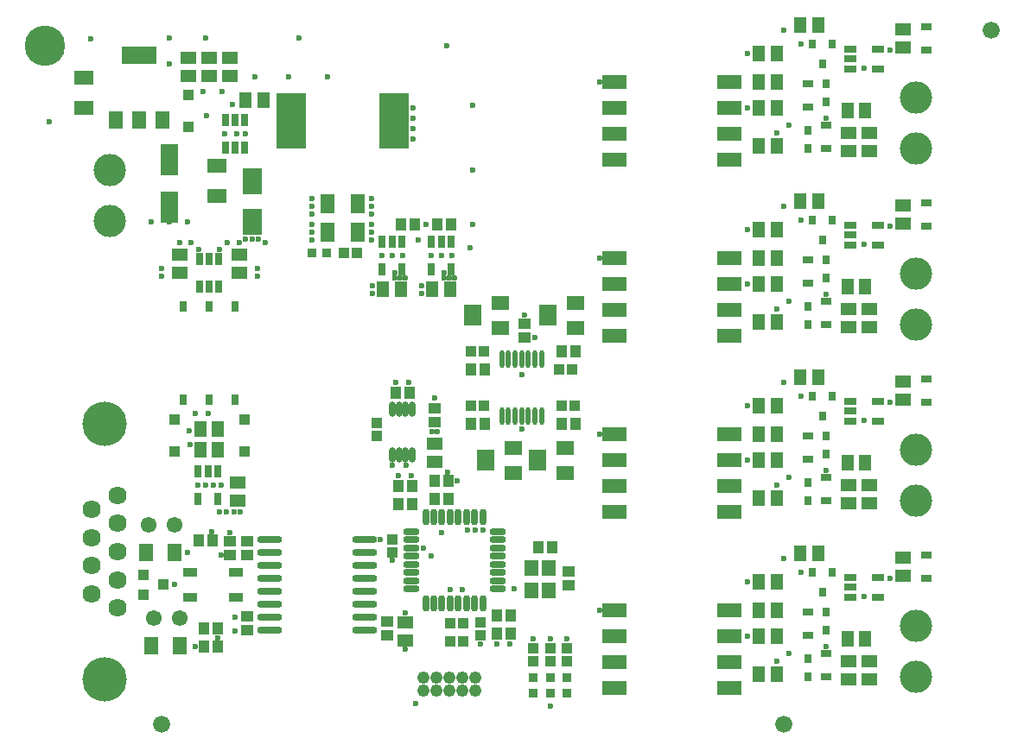
<source format=gts>
G04*
G04 #@! TF.GenerationSoftware,Altium Limited,Altium Designer,20.1.11 (218)*
G04*
G04 Layer_Color=8388736*
%FSLAX25Y25*%
%MOIN*%
G70*
G04*
G04 #@! TF.SameCoordinates,4C222CE1-A502-4843-A5E5-5923ECBC91FD*
G04*
G04*
G04 #@! TF.FilePolarity,Negative*
G04*
G01*
G75*
%ADD32R,0.02600X0.04400*%
%ADD54R,0.05315X0.03543*%
%ADD59R,0.03858X0.03051*%
%ADD60R,0.03740X0.03740*%
%ADD61R,0.03740X0.03740*%
%ADD62R,0.04134X0.04528*%
%ADD63R,0.05118X0.05906*%
%ADD64R,0.02756X0.04528*%
%ADD65R,0.03937X0.04331*%
%ADD66R,0.07677X0.05709*%
%ADD67R,0.05709X0.07677*%
%ADD68R,0.04528X0.04134*%
%ADD69O,0.02559X0.05906*%
%ADD70R,0.06890X0.05709*%
%ADD71R,0.06890X0.08465*%
%ADD72O,0.01968X0.06890*%
%ADD73R,0.05315X0.07087*%
%ADD74R,0.05906X0.05118*%
G04:AMPARAMS|DCode=75|XSize=29.53mil|YSize=47.24mil|CornerRadius=4.13mil|HoleSize=0mil|Usage=FLASHONLY|Rotation=180.000|XOffset=0mil|YOffset=0mil|HoleType=Round|Shape=RoundedRectangle|*
%AMROUNDEDRECTD75*
21,1,0.02953,0.03898,0,0,180.0*
21,1,0.02126,0.04724,0,0,180.0*
1,1,0.00827,-0.01063,0.01949*
1,1,0.00827,0.01063,0.01949*
1,1,0.00827,0.01063,-0.01949*
1,1,0.00827,-0.01063,-0.01949*
%
%ADD75ROUNDEDRECTD75*%
%ADD76R,0.07284X0.10433*%
G04:AMPARAMS|DCode=77|XSize=29.53mil|YSize=49.21mil|CornerRadius=4.13mil|HoleSize=0mil|Usage=FLASHONLY|Rotation=0.000|XOffset=0mil|YOffset=0mil|HoleType=Round|Shape=RoundedRectangle|*
%AMROUNDEDRECTD77*
21,1,0.02953,0.04095,0,0,0.0*
21,1,0.02126,0.04921,0,0,0.0*
1,1,0.00827,0.01063,-0.02047*
1,1,0.00827,-0.01063,-0.02047*
1,1,0.00827,-0.01063,0.02047*
1,1,0.00827,0.01063,0.02047*
%
%ADD77ROUNDEDRECTD77*%
%ADD78R,0.11614X0.21457*%
%ADD79R,0.04331X0.04134*%
%ADD80R,0.06890X0.12008*%
%ADD81O,0.09646X0.02953*%
%ADD82O,0.02756X0.06299*%
%ADD83O,0.06299X0.02756*%
%ADD84R,0.04331X0.03937*%
%ADD85R,0.05315X0.06102*%
%ADD86R,0.04528X0.02756*%
%ADD87R,0.09606X0.05709*%
%ADD88R,0.02953X0.03347*%
%ADD89R,0.05315X0.06890*%
%ADD90R,0.13583X0.06890*%
%ADD91R,0.03937X0.03937*%
%ADD92R,0.02559X0.03740*%
%ADD93C,0.06591*%
%ADD94C,0.04791*%
%ADD95C,0.12491*%
%ADD96C,0.06091*%
%ADD97C,0.07028*%
%ADD98C,0.17126*%
%ADD99C,0.02362*%
%ADD100C,0.15591*%
D32*
X188500Y275500D02*
D03*
X208500D02*
D03*
X198500D02*
D03*
X188500Y311500D02*
D03*
X208500D02*
D03*
X198500D02*
D03*
D54*
X191043Y199079D02*
D03*
Y208921D02*
D03*
X208957D02*
D03*
Y199079D02*
D03*
D59*
X475000Y410620D02*
D03*
Y419380D02*
D03*
Y215380D02*
D03*
Y206620D02*
D03*
Y283380D02*
D03*
Y274620D02*
D03*
Y351380D02*
D03*
Y342620D02*
D03*
X429500Y184620D02*
D03*
Y193380D02*
D03*
Y252620D02*
D03*
Y261380D02*
D03*
Y320620D02*
D03*
Y329380D02*
D03*
Y388620D02*
D03*
Y397380D02*
D03*
X436500Y168620D02*
D03*
Y177380D02*
D03*
Y236620D02*
D03*
Y245380D02*
D03*
Y304620D02*
D03*
Y313380D02*
D03*
Y372620D02*
D03*
Y381380D02*
D03*
D60*
X243953Y332000D02*
D03*
X238047D02*
D03*
D61*
X323500Y168012D02*
D03*
Y162106D02*
D03*
X330000D02*
D03*
Y168012D02*
D03*
X336500Y162106D02*
D03*
Y168012D02*
D03*
D62*
X277658Y343000D02*
D03*
X272342D02*
D03*
X290657Y237000D02*
D03*
X285343D02*
D03*
X290657Y244000D02*
D03*
X285343D02*
D03*
X291657Y343000D02*
D03*
X286343D02*
D03*
X270342Y278000D02*
D03*
X275658D02*
D03*
X334343Y266000D02*
D03*
X339657D02*
D03*
X304658D02*
D03*
X299342D02*
D03*
X304658Y287000D02*
D03*
X299342D02*
D03*
X334343Y294000D02*
D03*
X339657D02*
D03*
X201658Y180000D02*
D03*
X196343D02*
D03*
X325342Y218500D02*
D03*
X330658D02*
D03*
X199657Y221000D02*
D03*
X194343D02*
D03*
X196343Y187000D02*
D03*
X201658D02*
D03*
X314657Y192000D02*
D03*
X309343D02*
D03*
X271342Y242000D02*
D03*
X276658D02*
D03*
X314657Y185000D02*
D03*
X309343D02*
D03*
X276658Y235000D02*
D03*
X271342D02*
D03*
D63*
X265555Y318000D02*
D03*
X272445D02*
D03*
X284555D02*
D03*
X291445D02*
D03*
X451594Y183000D02*
D03*
X444705D02*
D03*
X451594Y251000D02*
D03*
X444705D02*
D03*
X451594Y319000D02*
D03*
X444705D02*
D03*
X451594Y387000D02*
D03*
X444705D02*
D03*
X417445Y169500D02*
D03*
X410555D02*
D03*
X417445Y237500D02*
D03*
X410555D02*
D03*
X417445Y305500D02*
D03*
X410555D02*
D03*
X417445Y373500D02*
D03*
X410555D02*
D03*
Y194000D02*
D03*
X417445D02*
D03*
X410555Y262000D02*
D03*
X417445D02*
D03*
X410555Y330000D02*
D03*
X417445D02*
D03*
X410555Y398000D02*
D03*
X417445D02*
D03*
X410555Y205000D02*
D03*
X417445D02*
D03*
X410555Y273000D02*
D03*
X417445D02*
D03*
X410555Y341000D02*
D03*
X417445D02*
D03*
X410555Y409000D02*
D03*
X417445D02*
D03*
X410555Y184000D02*
D03*
X417445D02*
D03*
X410555Y252000D02*
D03*
X417445D02*
D03*
X410555Y320000D02*
D03*
X417445D02*
D03*
X410555Y388000D02*
D03*
X417445D02*
D03*
X201945Y256000D02*
D03*
X195055D02*
D03*
X201945Y264000D02*
D03*
X195055D02*
D03*
X219445Y391000D02*
D03*
X212555D02*
D03*
X433445Y216000D02*
D03*
X426555D02*
D03*
X433445Y284000D02*
D03*
X426555D02*
D03*
X433445Y352000D02*
D03*
X426555D02*
D03*
X433445Y420000D02*
D03*
X426555D02*
D03*
D64*
X291740Y336315D02*
D03*
X288000D02*
D03*
X284260D02*
D03*
Y325685D02*
D03*
X291740D02*
D03*
X272740Y336315D02*
D03*
X269000D02*
D03*
X265260D02*
D03*
Y325685D02*
D03*
X272740D02*
D03*
X201740Y237185D02*
D03*
X194260D02*
D03*
Y247815D02*
D03*
X198000D02*
D03*
X201740D02*
D03*
D65*
X255559Y332000D02*
D03*
X250441D02*
D03*
X334441Y273000D02*
D03*
X339559D02*
D03*
X304559D02*
D03*
X299441D02*
D03*
X304559Y294000D02*
D03*
X299441D02*
D03*
X333441Y287000D02*
D03*
X338559D02*
D03*
X291441Y182000D02*
D03*
X296559D02*
D03*
X296559Y189000D02*
D03*
X291441D02*
D03*
D66*
X150000Y388291D02*
D03*
Y399709D02*
D03*
X201500Y354291D02*
D03*
Y365709D02*
D03*
D67*
X244291Y351000D02*
D03*
X255709D02*
D03*
X244291Y340000D02*
D03*
X255709D02*
D03*
D68*
X213000Y191657D02*
D03*
Y186343D02*
D03*
X285500Y266843D02*
D03*
Y272158D02*
D03*
X320000Y304658D02*
D03*
Y299342D02*
D03*
X213000Y215342D02*
D03*
Y220657D02*
D03*
X337000Y203842D02*
D03*
Y209157D02*
D03*
X206500Y220657D02*
D03*
Y215342D02*
D03*
X267000Y184343D02*
D03*
Y189657D02*
D03*
D69*
X276839Y271760D02*
D03*
X274279D02*
D03*
X271721D02*
D03*
X269161D02*
D03*
X276839Y254240D02*
D03*
X274279D02*
D03*
X271721D02*
D03*
X269161D02*
D03*
D70*
X335709Y247079D02*
D03*
Y256921D02*
D03*
X315709Y247079D02*
D03*
Y256921D02*
D03*
X310709Y303079D02*
D03*
Y312921D02*
D03*
X339709Y303079D02*
D03*
Y312921D02*
D03*
D71*
X325276Y252000D02*
D03*
X305276D02*
D03*
X300276Y308000D02*
D03*
X329276D02*
D03*
D72*
X326677Y291022D02*
D03*
X324118D02*
D03*
X321559D02*
D03*
X319000D02*
D03*
X316441D02*
D03*
X313882D02*
D03*
X311323D02*
D03*
X326677Y268975D02*
D03*
X324118D02*
D03*
X321559D02*
D03*
X319000D02*
D03*
X316441D02*
D03*
X313882D02*
D03*
X311323D02*
D03*
D73*
X173988Y216500D02*
D03*
X185012D02*
D03*
X175988Y180500D02*
D03*
X187012D02*
D03*
D74*
X187000Y331445D02*
D03*
Y324555D02*
D03*
X198500Y400555D02*
D03*
Y407445D02*
D03*
X285500Y258445D02*
D03*
Y251555D02*
D03*
X453000Y167555D02*
D03*
Y174445D02*
D03*
Y235555D02*
D03*
Y242445D02*
D03*
Y303555D02*
D03*
Y310445D02*
D03*
Y371555D02*
D03*
Y378445D02*
D03*
X190500Y400555D02*
D03*
Y407445D02*
D03*
X206500Y400555D02*
D03*
Y407445D02*
D03*
X274000Y182555D02*
D03*
Y189445D02*
D03*
X209500Y236555D02*
D03*
Y243445D02*
D03*
X210000Y324555D02*
D03*
Y331445D02*
D03*
X466000Y214445D02*
D03*
Y207555D02*
D03*
Y282445D02*
D03*
Y275555D02*
D03*
Y350445D02*
D03*
Y343555D02*
D03*
Y418445D02*
D03*
Y411555D02*
D03*
X445000Y174445D02*
D03*
Y167555D02*
D03*
Y242445D02*
D03*
Y235555D02*
D03*
Y310445D02*
D03*
Y303555D02*
D03*
Y378445D02*
D03*
Y371555D02*
D03*
D75*
X194760Y319185D02*
D03*
X198500D02*
D03*
X202240D02*
D03*
Y329815D02*
D03*
X194760D02*
D03*
X198500D02*
D03*
D76*
X215000Y359874D02*
D03*
Y344126D02*
D03*
D77*
X212240Y383315D02*
D03*
X208500D02*
D03*
X204760D02*
D03*
Y372685D02*
D03*
X212240D02*
D03*
X208500D02*
D03*
D78*
X230118Y383000D02*
D03*
X269882D02*
D03*
D79*
X185000Y267701D02*
D03*
Y255299D02*
D03*
X212000Y267701D02*
D03*
Y255299D02*
D03*
X190500Y393201D02*
D03*
Y380799D02*
D03*
D80*
X183000Y349945D02*
D03*
Y368055D02*
D03*
D81*
X221693Y221500D02*
D03*
Y216500D02*
D03*
Y211500D02*
D03*
Y206500D02*
D03*
Y201500D02*
D03*
Y196500D02*
D03*
Y191500D02*
D03*
Y186500D02*
D03*
X258307Y221500D02*
D03*
Y216500D02*
D03*
Y211500D02*
D03*
Y206500D02*
D03*
Y201500D02*
D03*
Y196500D02*
D03*
Y191500D02*
D03*
Y186500D02*
D03*
D82*
X304024Y196866D02*
D03*
X300874D02*
D03*
X297724D02*
D03*
X294575D02*
D03*
X291425D02*
D03*
X288276D02*
D03*
X285126D02*
D03*
X281976D02*
D03*
Y230134D02*
D03*
X285126D02*
D03*
X288276D02*
D03*
X291425D02*
D03*
X294575D02*
D03*
X297724D02*
D03*
X300874D02*
D03*
X304024D02*
D03*
D83*
X276366Y202476D02*
D03*
Y205626D02*
D03*
Y208776D02*
D03*
Y211925D02*
D03*
Y215075D02*
D03*
Y218224D02*
D03*
Y221374D02*
D03*
Y224524D02*
D03*
X309634D02*
D03*
Y221374D02*
D03*
Y218224D02*
D03*
Y215075D02*
D03*
Y211925D02*
D03*
Y208776D02*
D03*
Y205626D02*
D03*
Y202476D02*
D03*
D84*
X263000Y261441D02*
D03*
Y266559D02*
D03*
X269000Y216441D02*
D03*
Y221559D02*
D03*
X330000Y179618D02*
D03*
Y174500D02*
D03*
X323500Y179618D02*
D03*
Y174500D02*
D03*
X336500D02*
D03*
Y179618D02*
D03*
X303000Y184441D02*
D03*
Y189559D02*
D03*
D85*
X329346Y201669D02*
D03*
X322654D02*
D03*
X329346Y210331D02*
D03*
X322654D02*
D03*
D86*
X456315Y206740D02*
D03*
Y199260D02*
D03*
X445685D02*
D03*
Y203000D02*
D03*
Y206740D02*
D03*
X456315Y274740D02*
D03*
Y267260D02*
D03*
X445685D02*
D03*
Y271000D02*
D03*
Y274740D02*
D03*
X456315Y342740D02*
D03*
Y335260D02*
D03*
X445685D02*
D03*
Y339000D02*
D03*
Y342740D02*
D03*
X456315Y410740D02*
D03*
Y403260D02*
D03*
X445685D02*
D03*
Y407000D02*
D03*
Y410740D02*
D03*
D87*
X354854Y194000D02*
D03*
Y184000D02*
D03*
Y174000D02*
D03*
Y164000D02*
D03*
X399146Y194000D02*
D03*
Y184000D02*
D03*
Y174000D02*
D03*
Y164000D02*
D03*
X354854Y262000D02*
D03*
Y252000D02*
D03*
Y242000D02*
D03*
Y232000D02*
D03*
X399146Y262000D02*
D03*
Y252000D02*
D03*
Y242000D02*
D03*
Y232000D02*
D03*
X354854Y330000D02*
D03*
Y320000D02*
D03*
Y310000D02*
D03*
Y300000D02*
D03*
X399146Y330000D02*
D03*
Y320000D02*
D03*
Y310000D02*
D03*
Y300000D02*
D03*
X354854Y398000D02*
D03*
Y388000D02*
D03*
Y378000D02*
D03*
Y368000D02*
D03*
X399146Y398000D02*
D03*
Y388000D02*
D03*
Y378000D02*
D03*
Y368000D02*
D03*
D88*
X438740Y208937D02*
D03*
X431260D02*
D03*
X435000Y201063D02*
D03*
X438740Y276937D02*
D03*
X431260D02*
D03*
X435000Y269063D02*
D03*
X438740Y344937D02*
D03*
X431260D02*
D03*
X435000Y337063D02*
D03*
X438740Y412937D02*
D03*
X431260D02*
D03*
X435000Y405063D02*
D03*
D89*
X162445Y383402D02*
D03*
X171500D02*
D03*
X180555D02*
D03*
D90*
X171500Y408598D02*
D03*
D91*
X173063Y207740D02*
D03*
Y200260D02*
D03*
X180937Y204000D02*
D03*
D92*
X429500Y175543D02*
D03*
Y168457D02*
D03*
Y243543D02*
D03*
Y236457D02*
D03*
Y311543D02*
D03*
Y304457D02*
D03*
Y379543D02*
D03*
Y372457D02*
D03*
X436500Y193543D02*
D03*
Y186457D02*
D03*
Y261543D02*
D03*
Y254457D02*
D03*
Y329543D02*
D03*
Y322457D02*
D03*
Y397543D02*
D03*
Y390457D02*
D03*
D93*
X420000Y150000D02*
D03*
X180000D02*
D03*
X500000Y418000D02*
D03*
D94*
X301000Y168000D02*
D03*
Y163000D02*
D03*
X296000Y168000D02*
D03*
Y163000D02*
D03*
X291000Y168000D02*
D03*
Y163000D02*
D03*
X286000Y168000D02*
D03*
Y163000D02*
D03*
X281000Y168000D02*
D03*
Y163000D02*
D03*
D95*
X160000Y364000D02*
D03*
X160024Y344318D02*
D03*
X471024Y168318D02*
D03*
X471000Y188000D02*
D03*
X471024Y236318D02*
D03*
X471000Y256000D02*
D03*
X471024Y304318D02*
D03*
X471000Y324000D02*
D03*
X471024Y372318D02*
D03*
X471000Y392000D02*
D03*
D96*
X175000Y227000D02*
D03*
X185000D02*
D03*
X177000Y191000D02*
D03*
X187000D02*
D03*
D97*
X153000Y233150D02*
D03*
Y222244D02*
D03*
Y211378D02*
D03*
Y200472D02*
D03*
X163000Y195000D02*
D03*
Y205906D02*
D03*
Y216811D02*
D03*
Y227716D02*
D03*
Y238622D02*
D03*
D98*
X158000Y167598D02*
D03*
Y266024D02*
D03*
D99*
X291000Y322500D02*
D03*
X293000D02*
D03*
X289000Y324500D02*
D03*
Y322500D02*
D03*
X270000D02*
D03*
Y324500D02*
D03*
X281000Y218000D02*
D03*
X271500Y246000D02*
D03*
X183000Y405000D02*
D03*
X152885Y414868D02*
D03*
X136885Y382868D02*
D03*
X233000Y415000D02*
D03*
X244000Y400000D02*
D03*
X220000Y336000D02*
D03*
X215000Y337500D02*
D03*
X299000Y334000D02*
D03*
X290000Y412000D02*
D03*
X300000Y389000D02*
D03*
X300004Y364141D02*
D03*
X300000Y343000D02*
D03*
X279000Y337000D02*
D03*
X282000Y343000D02*
D03*
X265000Y331000D02*
D03*
X269000D02*
D03*
X273000D02*
D03*
X292000D02*
D03*
X288000D02*
D03*
X284000D02*
D03*
X285500Y276000D02*
D03*
X294000Y244000D02*
D03*
X290500Y247500D02*
D03*
X286611Y263074D02*
D03*
X284500Y263000D02*
D03*
X261500Y319500D02*
D03*
Y316500D02*
D03*
X280500D02*
D03*
Y319500D02*
D03*
X274000Y322500D02*
D03*
X272000D02*
D03*
X261000Y343000D02*
D03*
Y337000D02*
D03*
X238000D02*
D03*
Y340000D02*
D03*
X261000D02*
D03*
X426949Y208952D02*
D03*
X417500Y174514D02*
D03*
X406028Y205018D02*
D03*
X406000Y184000D02*
D03*
X349000Y194000D02*
D03*
X451000Y199500D02*
D03*
X420000Y214000D02*
D03*
X461000Y206500D02*
D03*
X436500Y180200D02*
D03*
X422000Y177500D02*
D03*
X426949Y276952D02*
D03*
X417500Y242514D02*
D03*
X406028Y273018D02*
D03*
X406000Y252000D02*
D03*
X349000Y262000D02*
D03*
X451000Y267500D02*
D03*
X420000Y282000D02*
D03*
X461000Y274500D02*
D03*
X436500Y248200D02*
D03*
X422000Y245500D02*
D03*
X426949Y344952D02*
D03*
X417500Y310514D02*
D03*
X406028Y341018D02*
D03*
X406000Y320000D02*
D03*
X349000Y330000D02*
D03*
X451000Y335500D02*
D03*
X420000Y350000D02*
D03*
X461000Y342500D02*
D03*
X436500Y316200D02*
D03*
X422000Y313500D02*
D03*
X277000Y376000D02*
D03*
Y380000D02*
D03*
Y384000D02*
D03*
Y388000D02*
D03*
X336423Y183000D02*
D03*
X193000Y270000D02*
D03*
X198000D02*
D03*
X349000Y398000D02*
D03*
X210000Y336000D02*
D03*
X203500Y394500D02*
D03*
X216000Y400000D02*
D03*
X229000D02*
D03*
X207500Y389500D02*
D03*
X196000Y394500D02*
D03*
X197500Y385000D02*
D03*
X204500Y378000D02*
D03*
X209000D02*
D03*
X212500D02*
D03*
X275500Y282000D02*
D03*
X270500D02*
D03*
X183000Y415000D02*
D03*
X197000D02*
D03*
X426949Y412952D02*
D03*
X417500Y378515D02*
D03*
X406028Y409018D02*
D03*
X406000Y388000D02*
D03*
X451000Y403500D02*
D03*
X420000Y418000D02*
D03*
X461000Y410500D02*
D03*
X436500Y384200D02*
D03*
X422000Y381500D02*
D03*
X324000Y299500D02*
D03*
X208500Y191500D02*
D03*
Y186000D02*
D03*
X201658Y183500D02*
D03*
X203000Y215500D02*
D03*
X206500Y224000D02*
D03*
X199600Y224500D02*
D03*
X203000Y242500D02*
D03*
X197000D02*
D03*
X191000Y258000D02*
D03*
X190900Y263600D02*
D03*
X200000Y242500D02*
D03*
X194000D02*
D03*
X210500Y232000D02*
D03*
X208000D02*
D03*
X205000D02*
D03*
X202500D02*
D03*
X185000Y204000D02*
D03*
X205500Y336000D02*
D03*
X202500Y333500D02*
D03*
X194500D02*
D03*
X191500Y336000D02*
D03*
X187000D02*
D03*
X190000Y344000D02*
D03*
X183000D02*
D03*
X176000D02*
D03*
X217500Y337500D02*
D03*
X212500D02*
D03*
X238000Y347000D02*
D03*
Y350000D02*
D03*
Y353000D02*
D03*
Y343000D02*
D03*
X261000Y347000D02*
D03*
Y350000D02*
D03*
Y353000D02*
D03*
X180000Y326000D02*
D03*
Y323000D02*
D03*
X217000D02*
D03*
Y326000D02*
D03*
X330000Y157000D02*
D03*
X323483Y183000D02*
D03*
X330000D02*
D03*
X304000Y225000D02*
D03*
X301000D02*
D03*
X298000D02*
D03*
X296000Y202000D02*
D03*
X288000Y224000D02*
D03*
X274500Y250000D02*
D03*
X269000D02*
D03*
X291500Y202116D02*
D03*
X268994Y213399D02*
D03*
X274000Y179000D02*
D03*
Y193000D02*
D03*
X276500Y246000D02*
D03*
X303000Y181000D02*
D03*
X314500D02*
D03*
X309500D02*
D03*
X320000Y308000D02*
D03*
X319000Y285000D02*
D03*
Y264000D02*
D03*
X264500Y221500D02*
D03*
X284000Y215000D02*
D03*
X278000Y158000D02*
D03*
X190000Y216500D02*
D03*
X193000Y180000D02*
D03*
X316000Y202500D02*
D03*
D100*
X135000Y412000D02*
D03*
M02*

</source>
